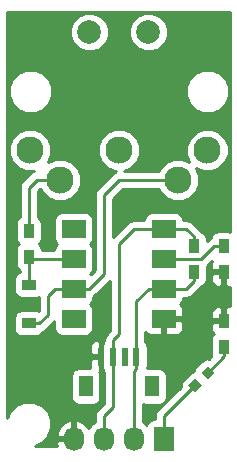
<source format=gtl>
G04 #@! TF.FileFunction,Copper,L1,Top,Signal*
%FSLAX46Y46*%
G04 Gerber Fmt 4.6, Leading zero omitted, Abs format (unit mm)*
G04 Created by KiCad (PCBNEW 4.0.1-stable) date Monday, April 18, 2016 'PMt' 10:33:09 PM*
%MOMM*%
G01*
G04 APERTURE LIST*
%ADD10C,0.100000*%
%ADD11C,2.300000*%
%ADD12C,2.000000*%
%ADD13R,1.727200X2.032000*%
%ADD14O,1.727200X2.032000*%
%ADD15R,0.900000X1.200000*%
%ADD16R,2.032000X1.524000*%
%ADD17R,1.220000X0.910000*%
%ADD18R,0.600000X1.550000*%
%ADD19R,1.200000X1.800000*%
%ADD20C,0.508000*%
%ADD21C,0.254000*%
%ADD22C,0.508000*%
G04 APERTURE END LIST*
D10*
D11*
X157407000Y-96162500D03*
D12*
X149907000Y-83662500D03*
D11*
X159907000Y-93662500D03*
X152407000Y-93662500D03*
X144907000Y-93662500D03*
X147407000Y-96162500D03*
D12*
X154907000Y-83662500D03*
D13*
X156210000Y-118110000D03*
D14*
X153670000Y-118110000D03*
X151130000Y-118110000D03*
X148590000Y-118110000D03*
D15*
X161290000Y-103970000D03*
X161290000Y-101770000D03*
D16*
X148590000Y-100330000D03*
X148590000Y-102870000D03*
X148590000Y-105410000D03*
X148590000Y-107950000D03*
X156210000Y-107950000D03*
X156210000Y-105410000D03*
X156210000Y-102870000D03*
X156210000Y-100330000D03*
D17*
X144780000Y-105045000D03*
X144780000Y-108315000D03*
D15*
X144780000Y-102700000D03*
X144780000Y-100500000D03*
X158750000Y-101770000D03*
X158750000Y-103970000D03*
D10*
G36*
X158855165Y-114123795D02*
X158291205Y-113559835D01*
X158855165Y-112995875D01*
X159419125Y-113559835D01*
X158855165Y-114123795D01*
X158855165Y-114123795D01*
G37*
G36*
X159914835Y-113064125D02*
X159350875Y-112500165D01*
X159914835Y-111936205D01*
X160478795Y-112500165D01*
X159914835Y-113064125D01*
X159914835Y-113064125D01*
G37*
D18*
X153900000Y-111132500D03*
X152900000Y-111132500D03*
X151900000Y-111132500D03*
X150900000Y-111132500D03*
D19*
X155200000Y-113657500D03*
X149600000Y-113657500D03*
D15*
X161290000Y-108120000D03*
X161290000Y-110320000D03*
D20*
X161290000Y-106045000D03*
X150939500Y-109728000D03*
X157797500Y-107950000D03*
D21*
X148590000Y-102870000D02*
X144950000Y-102870000D01*
X144950000Y-102870000D02*
X144780000Y-102700000D01*
X144780000Y-102700000D02*
X144780000Y-105045000D01*
D22*
X148420000Y-102700000D02*
X148590000Y-102870000D01*
D21*
X161290000Y-108120000D02*
X161290000Y-106045000D01*
X161290000Y-106045000D02*
X161290000Y-103970000D01*
X150963500Y-111132500D02*
X150939500Y-109728000D01*
X156210000Y-107950000D02*
X157797500Y-107950000D01*
D22*
X156380000Y-107780000D02*
X156210000Y-107950000D01*
D21*
X161290000Y-101770000D02*
X160485000Y-101770000D01*
X159385000Y-102870000D02*
X156210000Y-102870000D01*
X160485000Y-101770000D02*
X159385000Y-102870000D01*
X158750000Y-101770000D02*
X158750000Y-100965000D01*
X158115000Y-100330000D02*
X156210000Y-100330000D01*
X158750000Y-100965000D02*
X158115000Y-100330000D01*
X151900000Y-111132500D02*
X151900000Y-115435000D01*
X151130000Y-116205000D02*
X151130000Y-118110000D01*
X151900000Y-115435000D02*
X151130000Y-116205000D01*
X151900000Y-111132500D02*
X151900000Y-109720000D01*
X153670000Y-100330000D02*
X156210000Y-100330000D01*
X152400000Y-101600000D02*
X153670000Y-100330000D01*
X152400000Y-109220000D02*
X152400000Y-101600000D01*
X151900000Y-109720000D02*
X152400000Y-109220000D01*
D22*
X156380000Y-100500000D02*
X156210000Y-100330000D01*
D21*
X144780000Y-108315000D02*
X145685000Y-108315000D01*
X147002500Y-105410000D02*
X148590000Y-105410000D01*
X146367500Y-106045000D02*
X147002500Y-105410000D01*
X146367500Y-107632500D02*
X146367500Y-106045000D01*
X145685000Y-108315000D02*
X146367500Y-107632500D01*
X148590000Y-105410000D02*
X149860000Y-105410000D01*
X152440000Y-96162500D02*
X157407000Y-96162500D01*
X151130000Y-97472500D02*
X152440000Y-96162500D01*
X151130000Y-104140000D02*
X151130000Y-97472500D01*
X149860000Y-105410000D02*
X151130000Y-104140000D01*
X156210000Y-105410000D02*
X158115000Y-105410000D01*
X158750000Y-104775000D02*
X158750000Y-103970000D01*
X158115000Y-105410000D02*
X158750000Y-104775000D01*
X153900000Y-111132500D02*
X153900000Y-112165000D01*
X153670000Y-112395000D02*
X153670000Y-118110000D01*
X153900000Y-112165000D02*
X153670000Y-112395000D01*
X153900000Y-111132500D02*
X153900000Y-106450000D01*
X154940000Y-105410000D02*
X156210000Y-105410000D01*
X153900000Y-106450000D02*
X154940000Y-105410000D01*
X144780000Y-100500000D02*
X144780000Y-96837500D01*
X145455000Y-96162500D02*
X147407000Y-96162500D01*
X144780000Y-96837500D02*
X145455000Y-96162500D01*
X156210000Y-116205000D02*
X158855165Y-113559835D01*
X156210000Y-117475000D02*
X156210000Y-116205000D01*
X161290000Y-111125000D02*
X159914835Y-112500165D01*
X161290000Y-110320000D02*
X161290000Y-111125000D01*
X160939300Y-109969300D02*
X161290000Y-110320000D01*
G36*
X161850000Y-100544836D02*
X161740000Y-100522560D01*
X160840000Y-100522560D01*
X160604683Y-100566838D01*
X160388559Y-100705910D01*
X160243569Y-100918110D01*
X160214469Y-101061812D01*
X160193395Y-101066004D01*
X160142517Y-101100000D01*
X159946185Y-101231185D01*
X159847440Y-101329930D01*
X159847440Y-101170000D01*
X159803162Y-100934683D01*
X159664090Y-100718559D01*
X159451890Y-100573569D01*
X159377186Y-100558441D01*
X159338137Y-100500000D01*
X159288816Y-100426185D01*
X158653815Y-99791185D01*
X158406605Y-99626004D01*
X158115000Y-99568000D01*
X157873440Y-99568000D01*
X157829162Y-99332683D01*
X157690090Y-99116559D01*
X157477890Y-98971569D01*
X157226000Y-98920560D01*
X155194000Y-98920560D01*
X154958683Y-98964838D01*
X154742559Y-99103910D01*
X154597569Y-99316110D01*
X154546560Y-99568000D01*
X153670000Y-99568000D01*
X153378395Y-99626004D01*
X153131184Y-99791185D01*
X151892000Y-101030370D01*
X151892000Y-97788130D01*
X152755631Y-96924500D01*
X155790479Y-96924500D01*
X155892868Y-97172300D01*
X156394559Y-97674867D01*
X157050384Y-97947189D01*
X157760501Y-97947809D01*
X158416800Y-97676632D01*
X158919367Y-97174941D01*
X159191689Y-96519116D01*
X159192309Y-95808999D01*
X158937692Y-95192777D01*
X159550384Y-95447189D01*
X160260501Y-95447809D01*
X160916800Y-95176632D01*
X161419367Y-94674941D01*
X161691689Y-94019116D01*
X161692309Y-93308999D01*
X161421132Y-92652700D01*
X160919441Y-92150133D01*
X160263616Y-91877811D01*
X159553499Y-91877191D01*
X158897200Y-92148368D01*
X158394633Y-92650059D01*
X158122311Y-93305884D01*
X158121691Y-94016001D01*
X158376308Y-94632223D01*
X157763616Y-94377811D01*
X157053499Y-94377191D01*
X156397200Y-94648368D01*
X155894633Y-95150059D01*
X155790641Y-95400500D01*
X152874998Y-95400500D01*
X153416800Y-95176632D01*
X153919367Y-94674941D01*
X154191689Y-94019116D01*
X154192309Y-93308999D01*
X153921132Y-92652700D01*
X153419441Y-92150133D01*
X152763616Y-91877811D01*
X152053499Y-91877191D01*
X151397200Y-92148368D01*
X150894633Y-92650059D01*
X150622311Y-93305884D01*
X150621691Y-94016001D01*
X150892868Y-94672300D01*
X151394559Y-95174867D01*
X152050384Y-95447189D01*
X152204602Y-95447324D01*
X152148395Y-95458504D01*
X152049377Y-95524666D01*
X151901185Y-95623684D01*
X150591185Y-96933685D01*
X150426004Y-97180895D01*
X150368000Y-97472500D01*
X150368000Y-103824369D01*
X150025962Y-104166408D01*
X149988230Y-104140626D01*
X150057441Y-104096090D01*
X150202431Y-103883890D01*
X150253440Y-103632000D01*
X150253440Y-102108000D01*
X150209162Y-101872683D01*
X150070090Y-101656559D01*
X149988230Y-101600626D01*
X150057441Y-101556090D01*
X150202431Y-101343890D01*
X150253440Y-101092000D01*
X150253440Y-99568000D01*
X150209162Y-99332683D01*
X150070090Y-99116559D01*
X149857890Y-98971569D01*
X149606000Y-98920560D01*
X147574000Y-98920560D01*
X147338683Y-98964838D01*
X147122559Y-99103910D01*
X146977569Y-99316110D01*
X146926560Y-99568000D01*
X146926560Y-101092000D01*
X146970838Y-101327317D01*
X147109910Y-101543441D01*
X147191770Y-101599374D01*
X147122559Y-101643910D01*
X146977569Y-101856110D01*
X146926560Y-102108000D01*
X145877440Y-102108000D01*
X145877440Y-102100000D01*
X145833162Y-101864683D01*
X145694090Y-101648559D01*
X145624289Y-101600866D01*
X145681441Y-101564090D01*
X145826431Y-101351890D01*
X145877440Y-101100000D01*
X145877440Y-99900000D01*
X145833162Y-99664683D01*
X145694090Y-99448559D01*
X145542000Y-99344640D01*
X145542000Y-97153130D01*
X145770630Y-96924500D01*
X145790479Y-96924500D01*
X145892868Y-97172300D01*
X146394559Y-97674867D01*
X147050384Y-97947189D01*
X147760501Y-97947809D01*
X148416800Y-97676632D01*
X148919367Y-97174941D01*
X149191689Y-96519116D01*
X149192309Y-95808999D01*
X148921132Y-95152700D01*
X148419441Y-94650133D01*
X147763616Y-94377811D01*
X147053499Y-94377191D01*
X146437277Y-94631808D01*
X146691689Y-94019116D01*
X146692309Y-93308999D01*
X146421132Y-92652700D01*
X145919441Y-92150133D01*
X145263616Y-91877811D01*
X144553499Y-91877191D01*
X143897200Y-92148368D01*
X143394633Y-92650059D01*
X143122311Y-93305884D01*
X143121691Y-94016001D01*
X143392868Y-94672300D01*
X143894559Y-95174867D01*
X144550384Y-95447189D01*
X145217352Y-95447771D01*
X145163395Y-95458504D01*
X144916185Y-95623685D01*
X144241185Y-96298685D01*
X144076004Y-96545895D01*
X144018000Y-96837500D01*
X144018000Y-99346182D01*
X143878559Y-99435910D01*
X143733569Y-99648110D01*
X143682560Y-99900000D01*
X143682560Y-101100000D01*
X143726838Y-101335317D01*
X143865910Y-101551441D01*
X143935711Y-101599134D01*
X143878559Y-101635910D01*
X143733569Y-101848110D01*
X143682560Y-102100000D01*
X143682560Y-103300000D01*
X143726838Y-103535317D01*
X143865910Y-103751441D01*
X144018000Y-103855360D01*
X144018000Y-103971161D01*
X143934683Y-103986838D01*
X143718559Y-104125910D01*
X143573569Y-104338110D01*
X143522560Y-104590000D01*
X143522560Y-105500000D01*
X143566838Y-105735317D01*
X143705910Y-105951441D01*
X143918110Y-106096431D01*
X144170000Y-106147440D01*
X145390000Y-106147440D01*
X145605500Y-106106891D01*
X145605500Y-107256200D01*
X145390000Y-107212560D01*
X144170000Y-107212560D01*
X143934683Y-107256838D01*
X143718559Y-107395910D01*
X143573569Y-107608110D01*
X143522560Y-107860000D01*
X143522560Y-108770000D01*
X143566838Y-109005317D01*
X143705910Y-109221441D01*
X143918110Y-109366431D01*
X144170000Y-109417440D01*
X145390000Y-109417440D01*
X145625317Y-109373162D01*
X145841441Y-109234090D01*
X145986431Y-109021890D01*
X145988646Y-109010950D01*
X146223815Y-108853815D01*
X146906316Y-108171315D01*
X146926560Y-108141018D01*
X146926560Y-108712000D01*
X146970838Y-108947317D01*
X147109910Y-109163441D01*
X147322110Y-109308431D01*
X147574000Y-109359440D01*
X149606000Y-109359440D01*
X149841317Y-109315162D01*
X150057441Y-109176090D01*
X150202431Y-108963890D01*
X150253440Y-108712000D01*
X150253440Y-107188000D01*
X150209162Y-106952683D01*
X150070090Y-106736559D01*
X149988230Y-106680626D01*
X150057441Y-106636090D01*
X150202431Y-106423890D01*
X150253440Y-106172000D01*
X150253440Y-106045952D01*
X150398815Y-105948815D01*
X151638000Y-104709631D01*
X151638000Y-108904369D01*
X151361185Y-109181185D01*
X151196004Y-109428395D01*
X151138000Y-109720000D01*
X151138000Y-109770250D01*
X151027000Y-109881250D01*
X151027000Y-110071318D01*
X151003569Y-110105610D01*
X150952560Y-110357500D01*
X150952560Y-111907500D01*
X150996838Y-112142817D01*
X151027000Y-112189690D01*
X151027000Y-112383750D01*
X151138000Y-112494750D01*
X151138000Y-115119369D01*
X150591185Y-115666185D01*
X150426004Y-115913395D01*
X150368000Y-116205000D01*
X150368000Y-116666688D01*
X150070330Y-116865585D01*
X149863539Y-117175069D01*
X149492036Y-116759268D01*
X148964791Y-116505291D01*
X148949026Y-116502642D01*
X148717000Y-116623783D01*
X148717000Y-117983000D01*
X148737000Y-117983000D01*
X148737000Y-118237000D01*
X148717000Y-118237000D01*
X148717000Y-118257000D01*
X148463000Y-118257000D01*
X148463000Y-118237000D01*
X147249076Y-118237000D01*
X147104816Y-118471913D01*
X147174106Y-118670000D01*
X145287204Y-118670000D01*
X145846372Y-118438957D01*
X146377093Y-117909161D01*
X146443976Y-117748087D01*
X147104816Y-117748087D01*
X147249076Y-117983000D01*
X148463000Y-117983000D01*
X148463000Y-116623783D01*
X148230974Y-116502642D01*
X148215209Y-116505291D01*
X147687964Y-116759268D01*
X147298046Y-117195680D01*
X147104816Y-117748087D01*
X146443976Y-117748087D01*
X146664672Y-117216595D01*
X146665326Y-116466695D01*
X146378957Y-115773628D01*
X145849161Y-115242907D01*
X145156595Y-114955328D01*
X144406695Y-114954674D01*
X143713628Y-115241043D01*
X143182907Y-115770839D01*
X142950000Y-116331740D01*
X142950000Y-112757500D01*
X148352560Y-112757500D01*
X148352560Y-114557500D01*
X148396838Y-114792817D01*
X148535910Y-115008941D01*
X148748110Y-115153931D01*
X149000000Y-115204940D01*
X150200000Y-115204940D01*
X150435317Y-115160662D01*
X150651441Y-115021590D01*
X150796431Y-114809390D01*
X150847440Y-114557500D01*
X150847440Y-112757500D01*
X150803162Y-112522183D01*
X150737151Y-112419599D01*
X150773000Y-112383750D01*
X150773000Y-111259500D01*
X150123750Y-111259500D01*
X149965000Y-111418250D01*
X149965000Y-112033810D01*
X149996584Y-112110060D01*
X149000000Y-112110060D01*
X148764683Y-112154338D01*
X148548559Y-112293410D01*
X148403569Y-112505610D01*
X148352560Y-112757500D01*
X142950000Y-112757500D01*
X142950000Y-110231190D01*
X149965000Y-110231190D01*
X149965000Y-110846750D01*
X150123750Y-111005500D01*
X150773000Y-111005500D01*
X150773000Y-109881250D01*
X150614250Y-109722500D01*
X150473691Y-109722500D01*
X150240302Y-109819173D01*
X150061673Y-109997801D01*
X149965000Y-110231190D01*
X142950000Y-110231190D01*
X142950000Y-89025903D01*
X143071682Y-89025903D01*
X143350455Y-89700586D01*
X143866199Y-90217230D01*
X144540395Y-90497181D01*
X145270403Y-90497818D01*
X145945086Y-90219045D01*
X146461730Y-89703301D01*
X146741681Y-89029105D01*
X146741683Y-89025903D01*
X158071682Y-89025903D01*
X158350455Y-89700586D01*
X158866199Y-90217230D01*
X159540395Y-90497181D01*
X160270403Y-90497818D01*
X160945086Y-90219045D01*
X161461730Y-89703301D01*
X161741681Y-89029105D01*
X161742318Y-88299097D01*
X161463545Y-87624414D01*
X160947801Y-87107770D01*
X160273605Y-86827819D01*
X159543597Y-86827182D01*
X158868914Y-87105955D01*
X158352270Y-87621699D01*
X158072319Y-88295895D01*
X158071682Y-89025903D01*
X146741683Y-89025903D01*
X146742318Y-88299097D01*
X146463545Y-87624414D01*
X145947801Y-87107770D01*
X145273605Y-86827819D01*
X144543597Y-86827182D01*
X143868914Y-87105955D01*
X143352270Y-87621699D01*
X143072319Y-88295895D01*
X143071682Y-89025903D01*
X142950000Y-89025903D01*
X142950000Y-83986295D01*
X148271716Y-83986295D01*
X148520106Y-84587443D01*
X148979637Y-85047778D01*
X149580352Y-85297216D01*
X150230795Y-85297784D01*
X150831943Y-85049394D01*
X151292278Y-84589863D01*
X151541716Y-83989148D01*
X151541718Y-83986295D01*
X153271716Y-83986295D01*
X153520106Y-84587443D01*
X153979637Y-85047778D01*
X154580352Y-85297216D01*
X155230795Y-85297784D01*
X155831943Y-85049394D01*
X156292278Y-84589863D01*
X156541716Y-83989148D01*
X156542284Y-83338705D01*
X156293894Y-82737557D01*
X155834363Y-82277222D01*
X155233648Y-82027784D01*
X154583205Y-82027216D01*
X153982057Y-82275606D01*
X153521722Y-82735137D01*
X153272284Y-83335852D01*
X153271716Y-83986295D01*
X151541718Y-83986295D01*
X151542284Y-83338705D01*
X151293894Y-82737557D01*
X150834363Y-82277222D01*
X150233648Y-82027784D01*
X149583205Y-82027216D01*
X148982057Y-82275606D01*
X148521722Y-82735137D01*
X148272284Y-83335852D01*
X148271716Y-83986295D01*
X142950000Y-83986295D01*
X142950000Y-81990000D01*
X161850000Y-81990000D01*
X161850000Y-100544836D01*
X161850000Y-100544836D01*
G37*
X161850000Y-100544836D02*
X161740000Y-100522560D01*
X160840000Y-100522560D01*
X160604683Y-100566838D01*
X160388559Y-100705910D01*
X160243569Y-100918110D01*
X160214469Y-101061812D01*
X160193395Y-101066004D01*
X160142517Y-101100000D01*
X159946185Y-101231185D01*
X159847440Y-101329930D01*
X159847440Y-101170000D01*
X159803162Y-100934683D01*
X159664090Y-100718559D01*
X159451890Y-100573569D01*
X159377186Y-100558441D01*
X159338137Y-100500000D01*
X159288816Y-100426185D01*
X158653815Y-99791185D01*
X158406605Y-99626004D01*
X158115000Y-99568000D01*
X157873440Y-99568000D01*
X157829162Y-99332683D01*
X157690090Y-99116559D01*
X157477890Y-98971569D01*
X157226000Y-98920560D01*
X155194000Y-98920560D01*
X154958683Y-98964838D01*
X154742559Y-99103910D01*
X154597569Y-99316110D01*
X154546560Y-99568000D01*
X153670000Y-99568000D01*
X153378395Y-99626004D01*
X153131184Y-99791185D01*
X151892000Y-101030370D01*
X151892000Y-97788130D01*
X152755631Y-96924500D01*
X155790479Y-96924500D01*
X155892868Y-97172300D01*
X156394559Y-97674867D01*
X157050384Y-97947189D01*
X157760501Y-97947809D01*
X158416800Y-97676632D01*
X158919367Y-97174941D01*
X159191689Y-96519116D01*
X159192309Y-95808999D01*
X158937692Y-95192777D01*
X159550384Y-95447189D01*
X160260501Y-95447809D01*
X160916800Y-95176632D01*
X161419367Y-94674941D01*
X161691689Y-94019116D01*
X161692309Y-93308999D01*
X161421132Y-92652700D01*
X160919441Y-92150133D01*
X160263616Y-91877811D01*
X159553499Y-91877191D01*
X158897200Y-92148368D01*
X158394633Y-92650059D01*
X158122311Y-93305884D01*
X158121691Y-94016001D01*
X158376308Y-94632223D01*
X157763616Y-94377811D01*
X157053499Y-94377191D01*
X156397200Y-94648368D01*
X155894633Y-95150059D01*
X155790641Y-95400500D01*
X152874998Y-95400500D01*
X153416800Y-95176632D01*
X153919367Y-94674941D01*
X154191689Y-94019116D01*
X154192309Y-93308999D01*
X153921132Y-92652700D01*
X153419441Y-92150133D01*
X152763616Y-91877811D01*
X152053499Y-91877191D01*
X151397200Y-92148368D01*
X150894633Y-92650059D01*
X150622311Y-93305884D01*
X150621691Y-94016001D01*
X150892868Y-94672300D01*
X151394559Y-95174867D01*
X152050384Y-95447189D01*
X152204602Y-95447324D01*
X152148395Y-95458504D01*
X152049377Y-95524666D01*
X151901185Y-95623684D01*
X150591185Y-96933685D01*
X150426004Y-97180895D01*
X150368000Y-97472500D01*
X150368000Y-103824369D01*
X150025962Y-104166408D01*
X149988230Y-104140626D01*
X150057441Y-104096090D01*
X150202431Y-103883890D01*
X150253440Y-103632000D01*
X150253440Y-102108000D01*
X150209162Y-101872683D01*
X150070090Y-101656559D01*
X149988230Y-101600626D01*
X150057441Y-101556090D01*
X150202431Y-101343890D01*
X150253440Y-101092000D01*
X150253440Y-99568000D01*
X150209162Y-99332683D01*
X150070090Y-99116559D01*
X149857890Y-98971569D01*
X149606000Y-98920560D01*
X147574000Y-98920560D01*
X147338683Y-98964838D01*
X147122559Y-99103910D01*
X146977569Y-99316110D01*
X146926560Y-99568000D01*
X146926560Y-101092000D01*
X146970838Y-101327317D01*
X147109910Y-101543441D01*
X147191770Y-101599374D01*
X147122559Y-101643910D01*
X146977569Y-101856110D01*
X146926560Y-102108000D01*
X145877440Y-102108000D01*
X145877440Y-102100000D01*
X145833162Y-101864683D01*
X145694090Y-101648559D01*
X145624289Y-101600866D01*
X145681441Y-101564090D01*
X145826431Y-101351890D01*
X145877440Y-101100000D01*
X145877440Y-99900000D01*
X145833162Y-99664683D01*
X145694090Y-99448559D01*
X145542000Y-99344640D01*
X145542000Y-97153130D01*
X145770630Y-96924500D01*
X145790479Y-96924500D01*
X145892868Y-97172300D01*
X146394559Y-97674867D01*
X147050384Y-97947189D01*
X147760501Y-97947809D01*
X148416800Y-97676632D01*
X148919367Y-97174941D01*
X149191689Y-96519116D01*
X149192309Y-95808999D01*
X148921132Y-95152700D01*
X148419441Y-94650133D01*
X147763616Y-94377811D01*
X147053499Y-94377191D01*
X146437277Y-94631808D01*
X146691689Y-94019116D01*
X146692309Y-93308999D01*
X146421132Y-92652700D01*
X145919441Y-92150133D01*
X145263616Y-91877811D01*
X144553499Y-91877191D01*
X143897200Y-92148368D01*
X143394633Y-92650059D01*
X143122311Y-93305884D01*
X143121691Y-94016001D01*
X143392868Y-94672300D01*
X143894559Y-95174867D01*
X144550384Y-95447189D01*
X145217352Y-95447771D01*
X145163395Y-95458504D01*
X144916185Y-95623685D01*
X144241185Y-96298685D01*
X144076004Y-96545895D01*
X144018000Y-96837500D01*
X144018000Y-99346182D01*
X143878559Y-99435910D01*
X143733569Y-99648110D01*
X143682560Y-99900000D01*
X143682560Y-101100000D01*
X143726838Y-101335317D01*
X143865910Y-101551441D01*
X143935711Y-101599134D01*
X143878559Y-101635910D01*
X143733569Y-101848110D01*
X143682560Y-102100000D01*
X143682560Y-103300000D01*
X143726838Y-103535317D01*
X143865910Y-103751441D01*
X144018000Y-103855360D01*
X144018000Y-103971161D01*
X143934683Y-103986838D01*
X143718559Y-104125910D01*
X143573569Y-104338110D01*
X143522560Y-104590000D01*
X143522560Y-105500000D01*
X143566838Y-105735317D01*
X143705910Y-105951441D01*
X143918110Y-106096431D01*
X144170000Y-106147440D01*
X145390000Y-106147440D01*
X145605500Y-106106891D01*
X145605500Y-107256200D01*
X145390000Y-107212560D01*
X144170000Y-107212560D01*
X143934683Y-107256838D01*
X143718559Y-107395910D01*
X143573569Y-107608110D01*
X143522560Y-107860000D01*
X143522560Y-108770000D01*
X143566838Y-109005317D01*
X143705910Y-109221441D01*
X143918110Y-109366431D01*
X144170000Y-109417440D01*
X145390000Y-109417440D01*
X145625317Y-109373162D01*
X145841441Y-109234090D01*
X145986431Y-109021890D01*
X145988646Y-109010950D01*
X146223815Y-108853815D01*
X146906316Y-108171315D01*
X146926560Y-108141018D01*
X146926560Y-108712000D01*
X146970838Y-108947317D01*
X147109910Y-109163441D01*
X147322110Y-109308431D01*
X147574000Y-109359440D01*
X149606000Y-109359440D01*
X149841317Y-109315162D01*
X150057441Y-109176090D01*
X150202431Y-108963890D01*
X150253440Y-108712000D01*
X150253440Y-107188000D01*
X150209162Y-106952683D01*
X150070090Y-106736559D01*
X149988230Y-106680626D01*
X150057441Y-106636090D01*
X150202431Y-106423890D01*
X150253440Y-106172000D01*
X150253440Y-106045952D01*
X150398815Y-105948815D01*
X151638000Y-104709631D01*
X151638000Y-108904369D01*
X151361185Y-109181185D01*
X151196004Y-109428395D01*
X151138000Y-109720000D01*
X151138000Y-109770250D01*
X151027000Y-109881250D01*
X151027000Y-110071318D01*
X151003569Y-110105610D01*
X150952560Y-110357500D01*
X150952560Y-111907500D01*
X150996838Y-112142817D01*
X151027000Y-112189690D01*
X151027000Y-112383750D01*
X151138000Y-112494750D01*
X151138000Y-115119369D01*
X150591185Y-115666185D01*
X150426004Y-115913395D01*
X150368000Y-116205000D01*
X150368000Y-116666688D01*
X150070330Y-116865585D01*
X149863539Y-117175069D01*
X149492036Y-116759268D01*
X148964791Y-116505291D01*
X148949026Y-116502642D01*
X148717000Y-116623783D01*
X148717000Y-117983000D01*
X148737000Y-117983000D01*
X148737000Y-118237000D01*
X148717000Y-118237000D01*
X148717000Y-118257000D01*
X148463000Y-118257000D01*
X148463000Y-118237000D01*
X147249076Y-118237000D01*
X147104816Y-118471913D01*
X147174106Y-118670000D01*
X145287204Y-118670000D01*
X145846372Y-118438957D01*
X146377093Y-117909161D01*
X146443976Y-117748087D01*
X147104816Y-117748087D01*
X147249076Y-117983000D01*
X148463000Y-117983000D01*
X148463000Y-116623783D01*
X148230974Y-116502642D01*
X148215209Y-116505291D01*
X147687964Y-116759268D01*
X147298046Y-117195680D01*
X147104816Y-117748087D01*
X146443976Y-117748087D01*
X146664672Y-117216595D01*
X146665326Y-116466695D01*
X146378957Y-115773628D01*
X145849161Y-115242907D01*
X145156595Y-114955328D01*
X144406695Y-114954674D01*
X143713628Y-115241043D01*
X143182907Y-115770839D01*
X142950000Y-116331740D01*
X142950000Y-112757500D01*
X148352560Y-112757500D01*
X148352560Y-114557500D01*
X148396838Y-114792817D01*
X148535910Y-115008941D01*
X148748110Y-115153931D01*
X149000000Y-115204940D01*
X150200000Y-115204940D01*
X150435317Y-115160662D01*
X150651441Y-115021590D01*
X150796431Y-114809390D01*
X150847440Y-114557500D01*
X150847440Y-112757500D01*
X150803162Y-112522183D01*
X150737151Y-112419599D01*
X150773000Y-112383750D01*
X150773000Y-111259500D01*
X150123750Y-111259500D01*
X149965000Y-111418250D01*
X149965000Y-112033810D01*
X149996584Y-112110060D01*
X149000000Y-112110060D01*
X148764683Y-112154338D01*
X148548559Y-112293410D01*
X148403569Y-112505610D01*
X148352560Y-112757500D01*
X142950000Y-112757500D01*
X142950000Y-110231190D01*
X149965000Y-110231190D01*
X149965000Y-110846750D01*
X150123750Y-111005500D01*
X150773000Y-111005500D01*
X150773000Y-109881250D01*
X150614250Y-109722500D01*
X150473691Y-109722500D01*
X150240302Y-109819173D01*
X150061673Y-109997801D01*
X149965000Y-110231190D01*
X142950000Y-110231190D01*
X142950000Y-89025903D01*
X143071682Y-89025903D01*
X143350455Y-89700586D01*
X143866199Y-90217230D01*
X144540395Y-90497181D01*
X145270403Y-90497818D01*
X145945086Y-90219045D01*
X146461730Y-89703301D01*
X146741681Y-89029105D01*
X146741683Y-89025903D01*
X158071682Y-89025903D01*
X158350455Y-89700586D01*
X158866199Y-90217230D01*
X159540395Y-90497181D01*
X160270403Y-90497818D01*
X160945086Y-90219045D01*
X161461730Y-89703301D01*
X161741681Y-89029105D01*
X161742318Y-88299097D01*
X161463545Y-87624414D01*
X160947801Y-87107770D01*
X160273605Y-86827819D01*
X159543597Y-86827182D01*
X158868914Y-87105955D01*
X158352270Y-87621699D01*
X158072319Y-88295895D01*
X158071682Y-89025903D01*
X146741683Y-89025903D01*
X146742318Y-88299097D01*
X146463545Y-87624414D01*
X145947801Y-87107770D01*
X145273605Y-86827819D01*
X144543597Y-86827182D01*
X143868914Y-87105955D01*
X143352270Y-87621699D01*
X143072319Y-88295895D01*
X143071682Y-89025903D01*
X142950000Y-89025903D01*
X142950000Y-83986295D01*
X148271716Y-83986295D01*
X148520106Y-84587443D01*
X148979637Y-85047778D01*
X149580352Y-85297216D01*
X150230795Y-85297784D01*
X150831943Y-85049394D01*
X151292278Y-84589863D01*
X151541716Y-83989148D01*
X151541718Y-83986295D01*
X153271716Y-83986295D01*
X153520106Y-84587443D01*
X153979637Y-85047778D01*
X154580352Y-85297216D01*
X155230795Y-85297784D01*
X155831943Y-85049394D01*
X156292278Y-84589863D01*
X156541716Y-83989148D01*
X156542284Y-83338705D01*
X156293894Y-82737557D01*
X155834363Y-82277222D01*
X155233648Y-82027784D01*
X154583205Y-82027216D01*
X153982057Y-82275606D01*
X153521722Y-82735137D01*
X153272284Y-83335852D01*
X153271716Y-83986295D01*
X151541718Y-83986295D01*
X151542284Y-83338705D01*
X151293894Y-82737557D01*
X150834363Y-82277222D01*
X150233648Y-82027784D01*
X149583205Y-82027216D01*
X148982057Y-82275606D01*
X148521722Y-82735137D01*
X148272284Y-83335852D01*
X148271716Y-83986295D01*
X142950000Y-83986295D01*
X142950000Y-81990000D01*
X161850000Y-81990000D01*
X161850000Y-100544836D01*
G36*
X160205000Y-103243691D02*
X160205000Y-103684250D01*
X160363750Y-103843000D01*
X161163000Y-103843000D01*
X161163000Y-103823000D01*
X161417000Y-103823000D01*
X161417000Y-103843000D01*
X161437000Y-103843000D01*
X161437000Y-104097000D01*
X161417000Y-104097000D01*
X161417000Y-105046250D01*
X161575750Y-105205000D01*
X161850000Y-105205000D01*
X161850000Y-106885000D01*
X161575750Y-106885000D01*
X161417000Y-107043750D01*
X161417000Y-107993000D01*
X161437000Y-107993000D01*
X161437000Y-108247000D01*
X161417000Y-108247000D01*
X161417000Y-108267000D01*
X161163000Y-108267000D01*
X161163000Y-108247000D01*
X160363750Y-108247000D01*
X160205000Y-108405750D01*
X160205000Y-108846309D01*
X160301673Y-109079698D01*
X160442910Y-109220936D01*
X160388559Y-109255910D01*
X160243569Y-109468110D01*
X160192560Y-109720000D01*
X160192560Y-109892587D01*
X160177301Y-109969300D01*
X160192560Y-110046013D01*
X160192560Y-110920000D01*
X160228162Y-111109208D01*
X160026303Y-111311067D01*
X159923779Y-111288827D01*
X159671208Y-111336351D01*
X159457026Y-111478396D01*
X158893066Y-112042356D01*
X158757981Y-112240059D01*
X158728941Y-112373930D01*
X158611538Y-112396021D01*
X158397356Y-112538066D01*
X157833396Y-113102026D01*
X157698311Y-113299729D01*
X157643827Y-113550891D01*
X157666418Y-113670952D01*
X155671185Y-115666185D01*
X155506004Y-115913395D01*
X155448000Y-116205000D01*
X155448000Y-116446560D01*
X155346400Y-116446560D01*
X155111083Y-116490838D01*
X154894959Y-116629910D01*
X154749969Y-116842110D01*
X154741600Y-116883439D01*
X154729670Y-116865585D01*
X154432000Y-116666688D01*
X154432000Y-115170919D01*
X154600000Y-115204940D01*
X155800000Y-115204940D01*
X156035317Y-115160662D01*
X156251441Y-115021590D01*
X156396431Y-114809390D01*
X156447440Y-114557500D01*
X156447440Y-112757500D01*
X156403162Y-112522183D01*
X156264090Y-112306059D01*
X156051890Y-112161069D01*
X155800000Y-112110060D01*
X154806421Y-112110060D01*
X154847440Y-111907500D01*
X154847440Y-110357500D01*
X154803162Y-110122183D01*
X154664090Y-109906059D01*
X154662000Y-109904631D01*
X154662000Y-109078025D01*
X154834301Y-109250327D01*
X155067690Y-109347000D01*
X155924250Y-109347000D01*
X156083000Y-109188250D01*
X156083000Y-108077000D01*
X156337000Y-108077000D01*
X156337000Y-109188250D01*
X156495750Y-109347000D01*
X157352310Y-109347000D01*
X157585699Y-109250327D01*
X157764327Y-109071698D01*
X157861000Y-108838309D01*
X157861000Y-108235750D01*
X157702250Y-108077000D01*
X156337000Y-108077000D01*
X156083000Y-108077000D01*
X156063000Y-108077000D01*
X156063000Y-107823000D01*
X156083000Y-107823000D01*
X156083000Y-107803000D01*
X156337000Y-107803000D01*
X156337000Y-107823000D01*
X157702250Y-107823000D01*
X157861000Y-107664250D01*
X157861000Y-107393691D01*
X160205000Y-107393691D01*
X160205000Y-107834250D01*
X160363750Y-107993000D01*
X161163000Y-107993000D01*
X161163000Y-107043750D01*
X161004250Y-106885000D01*
X160713690Y-106885000D01*
X160480301Y-106981673D01*
X160301673Y-107160302D01*
X160205000Y-107393691D01*
X157861000Y-107393691D01*
X157861000Y-107061691D01*
X157764327Y-106828302D01*
X157613354Y-106677329D01*
X157677441Y-106636090D01*
X157822431Y-106423890D01*
X157873440Y-106172000D01*
X158115000Y-106172000D01*
X158406605Y-106113996D01*
X158653815Y-105948815D01*
X159288816Y-105313815D01*
X159375244Y-105184466D01*
X159435317Y-105173162D01*
X159651441Y-105034090D01*
X159796431Y-104821890D01*
X159847440Y-104570000D01*
X159847440Y-104255750D01*
X160205000Y-104255750D01*
X160205000Y-104696309D01*
X160301673Y-104929698D01*
X160480301Y-105108327D01*
X160713690Y-105205000D01*
X161004250Y-105205000D01*
X161163000Y-105046250D01*
X161163000Y-104097000D01*
X160363750Y-104097000D01*
X160205000Y-104255750D01*
X159847440Y-104255750D01*
X159847440Y-103459847D01*
X159923815Y-103408815D01*
X160287068Y-103045562D01*
X160205000Y-103243691D01*
X160205000Y-103243691D01*
G37*
X160205000Y-103243691D02*
X160205000Y-103684250D01*
X160363750Y-103843000D01*
X161163000Y-103843000D01*
X161163000Y-103823000D01*
X161417000Y-103823000D01*
X161417000Y-103843000D01*
X161437000Y-103843000D01*
X161437000Y-104097000D01*
X161417000Y-104097000D01*
X161417000Y-105046250D01*
X161575750Y-105205000D01*
X161850000Y-105205000D01*
X161850000Y-106885000D01*
X161575750Y-106885000D01*
X161417000Y-107043750D01*
X161417000Y-107993000D01*
X161437000Y-107993000D01*
X161437000Y-108247000D01*
X161417000Y-108247000D01*
X161417000Y-108267000D01*
X161163000Y-108267000D01*
X161163000Y-108247000D01*
X160363750Y-108247000D01*
X160205000Y-108405750D01*
X160205000Y-108846309D01*
X160301673Y-109079698D01*
X160442910Y-109220936D01*
X160388559Y-109255910D01*
X160243569Y-109468110D01*
X160192560Y-109720000D01*
X160192560Y-109892587D01*
X160177301Y-109969300D01*
X160192560Y-110046013D01*
X160192560Y-110920000D01*
X160228162Y-111109208D01*
X160026303Y-111311067D01*
X159923779Y-111288827D01*
X159671208Y-111336351D01*
X159457026Y-111478396D01*
X158893066Y-112042356D01*
X158757981Y-112240059D01*
X158728941Y-112373930D01*
X158611538Y-112396021D01*
X158397356Y-112538066D01*
X157833396Y-113102026D01*
X157698311Y-113299729D01*
X157643827Y-113550891D01*
X157666418Y-113670952D01*
X155671185Y-115666185D01*
X155506004Y-115913395D01*
X155448000Y-116205000D01*
X155448000Y-116446560D01*
X155346400Y-116446560D01*
X155111083Y-116490838D01*
X154894959Y-116629910D01*
X154749969Y-116842110D01*
X154741600Y-116883439D01*
X154729670Y-116865585D01*
X154432000Y-116666688D01*
X154432000Y-115170919D01*
X154600000Y-115204940D01*
X155800000Y-115204940D01*
X156035317Y-115160662D01*
X156251441Y-115021590D01*
X156396431Y-114809390D01*
X156447440Y-114557500D01*
X156447440Y-112757500D01*
X156403162Y-112522183D01*
X156264090Y-112306059D01*
X156051890Y-112161069D01*
X155800000Y-112110060D01*
X154806421Y-112110060D01*
X154847440Y-111907500D01*
X154847440Y-110357500D01*
X154803162Y-110122183D01*
X154664090Y-109906059D01*
X154662000Y-109904631D01*
X154662000Y-109078025D01*
X154834301Y-109250327D01*
X155067690Y-109347000D01*
X155924250Y-109347000D01*
X156083000Y-109188250D01*
X156083000Y-108077000D01*
X156337000Y-108077000D01*
X156337000Y-109188250D01*
X156495750Y-109347000D01*
X157352310Y-109347000D01*
X157585699Y-109250327D01*
X157764327Y-109071698D01*
X157861000Y-108838309D01*
X157861000Y-108235750D01*
X157702250Y-108077000D01*
X156337000Y-108077000D01*
X156083000Y-108077000D01*
X156063000Y-108077000D01*
X156063000Y-107823000D01*
X156083000Y-107823000D01*
X156083000Y-107803000D01*
X156337000Y-107803000D01*
X156337000Y-107823000D01*
X157702250Y-107823000D01*
X157861000Y-107664250D01*
X157861000Y-107393691D01*
X160205000Y-107393691D01*
X160205000Y-107834250D01*
X160363750Y-107993000D01*
X161163000Y-107993000D01*
X161163000Y-107043750D01*
X161004250Y-106885000D01*
X160713690Y-106885000D01*
X160480301Y-106981673D01*
X160301673Y-107160302D01*
X160205000Y-107393691D01*
X157861000Y-107393691D01*
X157861000Y-107061691D01*
X157764327Y-106828302D01*
X157613354Y-106677329D01*
X157677441Y-106636090D01*
X157822431Y-106423890D01*
X157873440Y-106172000D01*
X158115000Y-106172000D01*
X158406605Y-106113996D01*
X158653815Y-105948815D01*
X159288816Y-105313815D01*
X159375244Y-105184466D01*
X159435317Y-105173162D01*
X159651441Y-105034090D01*
X159796431Y-104821890D01*
X159847440Y-104570000D01*
X159847440Y-104255750D01*
X160205000Y-104255750D01*
X160205000Y-104696309D01*
X160301673Y-104929698D01*
X160480301Y-105108327D01*
X160713690Y-105205000D01*
X161004250Y-105205000D01*
X161163000Y-105046250D01*
X161163000Y-104097000D01*
X160363750Y-104097000D01*
X160205000Y-104255750D01*
X159847440Y-104255750D01*
X159847440Y-103459847D01*
X159923815Y-103408815D01*
X160287068Y-103045562D01*
X160205000Y-103243691D01*
M02*

</source>
